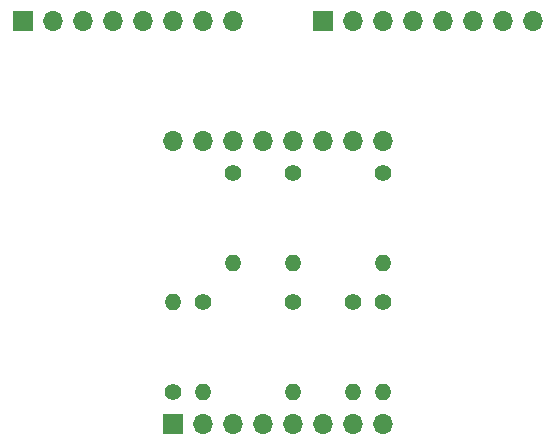
<source format=gbr>
%TF.GenerationSoftware,KiCad,Pcbnew,8.0.0*%
%TF.CreationDate,2024-03-13T19:41:11+01:00*%
%TF.ProjectId,Lamp Matrix Tester,4c616d70-204d-4617-9472-697820546573,1.0*%
%TF.SameCoordinates,Original*%
%TF.FileFunction,Soldermask,Top*%
%TF.FilePolarity,Negative*%
%FSLAX46Y46*%
G04 Gerber Fmt 4.6, Leading zero omitted, Abs format (unit mm)*
G04 Created by KiCad (PCBNEW 8.0.0) date 2024-03-13 19:41:11*
%MOMM*%
%LPD*%
G01*
G04 APERTURE LIST*
%ADD10C,1.400000*%
%ADD11O,1.400000X1.400000*%
%ADD12R,1.700000X1.700000*%
%ADD13O,1.700000X1.700000*%
G04 APERTURE END LIST*
D10*
%TO.C,R2*%
X44450000Y-40860000D03*
D11*
X44450000Y-48480000D03*
%TD*%
D10*
%TO.C,R5*%
X39370000Y-59340001D03*
D11*
X39370000Y-51720001D03*
%TD*%
D12*
%TO.C,J1*%
X26670000Y-27940000D03*
D13*
X29210000Y-27940000D03*
X31750000Y-27940000D03*
X34290000Y-27940000D03*
X36830000Y-27940000D03*
X39370000Y-27940000D03*
X41910000Y-27940000D03*
X44450000Y-27940000D03*
%TD*%
D10*
%TO.C,R4*%
X49530000Y-40860001D03*
D11*
X49530000Y-48480001D03*
%TD*%
D10*
%TO.C,R6*%
X54610000Y-51720001D03*
D11*
X54610000Y-59340001D03*
%TD*%
D10*
%TO.C,R7*%
X41910000Y-51720001D03*
D11*
X41910000Y-59340001D03*
%TD*%
D10*
%TO.C,R3*%
X57150000Y-51720001D03*
D11*
X57150000Y-59340001D03*
%TD*%
D10*
%TO.C,R8*%
X49530000Y-51720001D03*
D11*
X49530000Y-59340001D03*
%TD*%
D12*
%TO.C,J2*%
X52070000Y-27940000D03*
D13*
X54610000Y-27940000D03*
X57150000Y-27940000D03*
X59690000Y-27940000D03*
X62230000Y-27940000D03*
X64770000Y-27940000D03*
X67310000Y-27940000D03*
X69850000Y-27940000D03*
%TD*%
D10*
%TO.C,R1*%
X57150000Y-40860001D03*
D11*
X57150000Y-48480001D03*
%TD*%
D12*
%TO.C,U1*%
X39370000Y-62100000D03*
D13*
X41910000Y-62100000D03*
X44450000Y-62100000D03*
X46990000Y-62100000D03*
X49530000Y-62100000D03*
X52070000Y-62100000D03*
X54610000Y-62100000D03*
X57150000Y-62100000D03*
X57150000Y-38100000D03*
X54610000Y-38100000D03*
X52070000Y-38100000D03*
X49530000Y-38100000D03*
X46990000Y-38100000D03*
X44450000Y-38100000D03*
X41910000Y-38100000D03*
X39370000Y-38100000D03*
%TD*%
M02*

</source>
